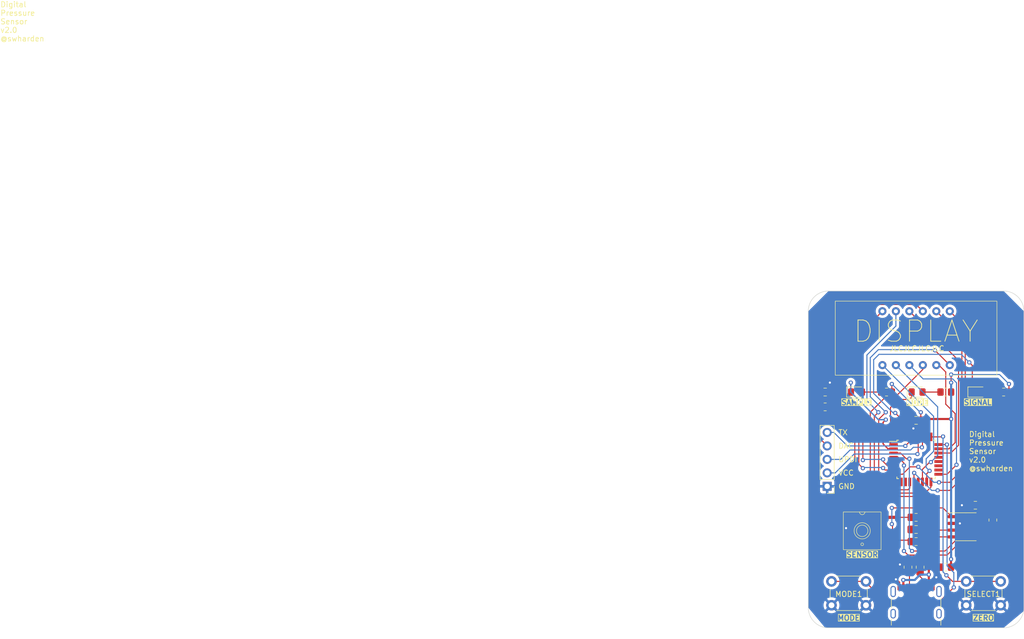
<source format=kicad_pcb>
(kicad_pcb (version 20221018) (generator pcbnew)
  (layers (0 "F.Cu" signal) (31 "B.Cu" signal) (34 "B.Paste" user) (35 "F.Paste" user) (36 "B.SilkS" user "B.Silkscreen") (37 "F.SilkS" user "F.Silkscreen") (38 "B.Mask" user) (39 "F.Mask" user) (44 "Edge.Cuts" user))
  (net 0 "")
  (net 1 "LED1")
  (net 2 "GND")
  (net 3 "Net-(U2-IN_NEG)")
  (net 4 "Net-(U2-IN_POS)")
  (net 5 "AVCC")
  (net 6 "DAC")
  (net 7 "VCC")
  (net 8 "LED2")
  (net 9 "Net-(D1-A)")
  (net 10 "UPDI")
  (net 11 "TX")
  (net 12 "Net-(D2-A)")
  (net 13 "Net-(U1-Vpos)")
  (net 15 "SPI_CLK")
  (net 16 "SPI_MISO")
  (net 17 "SEG_E")
  (net 18 "SEG_D")
  (net 19 "SEG_P")
  (net 20 "SEG_C")
  (net 21 "SEG_G")
  (net 22 "DIG_4")
  (net 23 "SEG_B")
  (net 24 "DIG_3")
  (net 25 "DIG_2")
  (net 26 "SEG_F")
  (net 27 "SEG_A")
  (net 28 "DIG_1")
  (net 29 "LED3")
  (net 30 "Net-(D3-A)")
  (net 38 "Net-(FB1-Pad1)")
  (net 39 "Net-(J1-CC1)")
  (net 40 "Net-(J1-CC2)")
  (net 41 "BTN1")
  (net 42 "Net-(R3-Pad1)")
  (net 43 "MCU_DAC")
  (net 44 "BTN2")
  (footprint "LED_SMD:LED_0805_2012Metric_Pad1.15x1.40mm_HandSolder" (layer "F.Cu") (at 184.34 69.85)
    (fp_text reference "D1" hide)
    (fp_text value "SAMPLE")
    (pad "1" smd roundrect (at -1.025 0) (size 1.15 1.4) (layers "F.Cu" "F.Paste" "F.Mask") (roundrect_rratio 0.217391) (net 1 "LED1"))
    (pad "2" smd roundrect (at 1.025 0) (size 1.15 1.4) (layers "F.Cu" "F.Paste" "F.Mask") (roundrect_rratio 0.217391) (net 9 "Net-(D1-A)"))
  )
  (footprint "Resistor_SMD:R_0805_2012Metric_Pad1.20x1.40mm_HandSolder" (layer "F.Cu") (at 178.308 102.87)
    (fp_text reference "FB1" hide)
    (fp_text value "FerriteBead_Small")
    (pad "1" smd roundrect (at -1 0) (size 1.2 1.4) (layers "F.Cu" "F.Paste" "F.Mask") (roundrect_rratio 0.208333) (net 38 "Net-(FB1-Pad1)"))
    (pad "2" smd roundrect (at 1 0) (size 1.2 1.4) (layers "F.Cu" "F.Paste" "F.Mask") (roundrect_rratio 0.208333) (net 7 "VCC"))
  )
  (footprint "Resistor_SMD:R_0805_2012Metric_Pad1.20x1.40mm_HandSolder" (layer "F.Cu") (at 187.198 93.98 -90)
    (fp_text reference "FB2" hide)
    (fp_text value "FerriteBead_Small")
    (pad "1" smd roundrect (at -1 0 270) (size 1.2 1.4) (layers "F.Cu" "F.Paste" "F.Mask") (roundrect_rratio 0.208333) (net 5 "AVCC"))
    (pad "2" smd roundrect (at 1 0 270) (size 1.2 1.4) (layers "F.Cu" "F.Paste" "F.Mask") (roundrect_rratio 0.208333) (net 7 "VCC"))
  )
  (footprint "Capacitor_SMD:C_0805_2012Metric_Pad1.18x1.45mm_HandSolder" (layer "F.Cu") (at 172.72 95.758)
    (fp_text reference "C1" hide)
    (fp_text value ".1u")
    (pad "1" smd roundrect (at -1.0375 0) (size 1.175 1.45) (layers "F.Cu" "F.Paste" "F.Mask") (roundrect_rratio 0.212766) (net 3 "Net-(U2-IN_NEG)"))
    (pad "2" smd roundrect (at 1.0375 0) (size 1.175 1.45) (layers "F.Cu" "F.Paste" "F.Mask") (roundrect_rratio 0.212766) (net 4 "Net-(U2-IN_POS)"))
  )
  (footprint "Resistor_SMD:R_0805_2012Metric_Pad1.20x1.40mm_HandSolder" (layer "F.Cu") (at 171.196 102.87 90)
    (fp_text reference "R1" hide)
    (fp_text value "5.7k")
    (pad "1" smd roundrect (at -1 0 90) (size 1.2 1.4) (layers "F.Cu" "F.Paste" "F.Mask") (roundrect_rratio 0.208333) (net 39 "Net-(J1-CC1)"))
    (pad "2" smd roundrect (at 1 0 90) (size 1.2 1.4) (layers "F.Cu" "F.Paste" "F.Mask") (roundrect_rratio 0.208333) (net 2 "GND"))
  )
  (footprint "Resistor_SMD:R_0805_2012Metric_Pad1.20x1.40mm_HandSolder" (layer "F.Cu") (at 172.72 98.044 180)
    (fp_text reference "R4" hide)
    (fp_text value "1k")
    (pad "1" smd roundrect (at -1 0 180) (size 1.2 1.4) (layers "F.Cu" "F.Paste" "F.Mask") (roundrect_rratio 0.208333) (net 4 "Net-(U2-IN_POS)"))
    (pad "2" smd roundrect (at 1 0 180) (size 1.2 1.4) (layers "F.Cu" "F.Paste" "F.Mask") (roundrect_rratio 0.208333) (net 13 "Net-(U1-Vpos)"))
  )
  (footprint "LED_SMD:LED_0805_2012Metric_Pad1.15x1.40mm_HandSolder" (layer "F.Cu") (at 172.91 69.85)
    (fp_text reference "D2" hide)
    (fp_text value "MODE")
    (pad "1" smd roundrect (at -1.025 0) (size 1.15 1.4) (layers "F.Cu" "F.Paste" "F.Mask") (roundrect_rratio 0.217391) (net 8 "LED2"))
    (pad "2" smd roundrect (at 1.025 0) (size 1.15 1.4) (layers "F.Cu" "F.Paste" "F.Mask") (roundrect_rratio 0.217391) (net 12 "Net-(D2-A)"))
  )
  (footprint "Resistor_SMD:R_0805_2012Metric_Pad1.20x1.40mm_HandSolder" (layer "F.Cu") (at 167.148 69.85)
    (fp_text reference "R7" hide)
    (fp_text value "100k")
    (pad "1" smd roundrect (at -1 0) (size 1.2 1.4) (layers "F.Cu" "F.Paste" "F.Mask") (roundrect_rratio 0.208333) (net 30 "Net-(D3-A)"))
    (pad "2" smd roundrect (at 1 0) (size 1.2 1.4) (layers "F.Cu" "F.Paste" "F.Mask") (roundrect_rratio 0.208333) (net 7 "VCC"))
  )
  (footprint "AAA_CUSTOM_LIBRARY:USB_C_Receptacle_GCT_USB4105-xx-A_16P_TopMnt_Horizontal" (layer "F.Cu") (at 172.718 110.558)
    (fp_text reference "J1" hide)
    (fp_text value "USB_C_Receptacle_PowerOnly_6P")
    (pad "" np_thru_hole circle (at -2.89 -2.605) (size 0.65 0.65) (drill 0.65) (layers "F&B.Cu" "*.Mask"))
    (pad "" np_thru_hole circle (at 2.89 -2.605) (size 0.65 0.65) (drill 0.65) (layers "F&B.Cu" "*.Mask"))
    (pad "A1" smd rect (at -3.2 -3.9116) (size 0.6 1.15) (layers "F.Cu" "F.Paste" "F.Mask") (net 2 "GND"))
    (pad "A4" smd rect (at -2.4 -3.9116) (size 0.6 1.15) (layers "F.Cu" "F.Paste" "F.Mask") (net 38 "Net-(FB1-Pad1)"))
    (pad "A5" smd rect (at -1.25 -3.9116) (size 0.3 1.15) (layers "F.Cu" "F.Paste" "F.Mask") (net 39 "Net-(J1-CC1)"))
    (pad "A6" smd rect (at -0.25 -3.9116) (size 0.3 1.15) (layers "F.Cu" "F.Paste" "F.Mask"))
    (pad "A7" smd rect (at 0.25 -3.9116) (size 0.3 1.15) (layers "F.Cu" "F.Paste" "F.Mask"))
    (pad "A8" smd rect (at 1.25 -3.9116) (size 0.3 1.15) (layers "F.Cu" "F.Paste" "F.Mask"))
    (pad "A9" smd rect (at 2.4 -3.9116) (size 0.6 1.15) (layers "F.Cu" "F.Paste" "F.Mask") (net 38 "Net-(FB1-Pad1)"))
    (pad "A12" smd rect (at 3.2 -3.9116) (size 0.6 1.15) (layers "F.Cu" "F.Paste" "F.Mask") (net 2 "GND"))
    (pad "B5" smd rect (at 1.75 -3.9116) (size 0.3 1.15) (layers "F.Cu" "F.Paste" "F.Mask") (net 40 "Net-(J1-CC2)"))
    (pad "B6" smd rect (at 0.75 -3.9116) (size 0.3 1.15) (layers "F.Cu" "F.Paste" "F.Mask"))
    (pad "B7" smd rect (at -0.75 -3.9116) (size 0.3 1.15) (layers "F.Cu" "F.Paste" "F.Mask"))
    (pad "B8" smd rect (at -1.75 -3.9116) (size 0.3 1.15) (layers "F.Cu" "F.Paste" "F.Mask"))
    (pad "S1" thru_hole oval (at -4.32 -3.105) (size 1 2.1) (drill oval 0.6 1.7) (layers "*.Cu" "*.Mask" "F.Paste"))
    (pad "S1" thru_hole oval (at -4.32 1.075) (size 1 1.8) (drill oval 0.6 1.4) (layers "*.Cu" "*.Mask" "F.Paste"))
    (pad "S1" thru_hole oval (at 4.32 -3.105) (size 1 2.1) (drill oval 0.6 1.7) (layers "*.Cu" "*.Mask" "F.Paste"))
    (pad "S1" thru_hole oval (at 4.32 1.075) (size 1 1.8) (drill oval 0.6 1.4) (layers "*.Cu" "*.Mask" "F.Paste"))
  )
  (footprint "Capacitor_SMD:C_0805_2012Metric_Pad1.18x1.45mm_HandSolder" (layer "F.Cu") (at 183.896 91.186 180)
    (fp_text reference "C2" hide)
    (fp_text value ".1u")
    (pad "1" smd roundrect (at -1.0375 0 180) (size 1.175 1.45) (layers "F.Cu" "F.Paste" "F.Mask") (roundrect_rratio 0.212766) (net 5 "AVCC"))
    (pad "2" smd roundrect (at 1.0375 0 180) (size 1.175 1.45) (layers "F.Cu" "F.Paste" "F.Mask") (roundrect_rratio 0.212766) (net 2 "GND"))
  )
  (footprint "Resistor_SMD:R_0805_2012Metric_Pad1.20x1.40mm_HandSolder" (layer "F.Cu") (at 172.72 93.472)
    (fp_text reference "R3" hide)
    (fp_text value "1k")
    (pad "1" smd roundrect (at -1 0) (size 1.2 1.4) (layers "F.Cu" "F.Paste" "F.Mask") (roundrect_rratio 0.208333) (net 42 "Net-(R3-Pad1)"))
    (pad "2" smd roundrect (at 1 0) (size 1.2 1.4) (layers "F.Cu" "F.Paste" "F.Mask") (roundrect_rratio 0.208333) (net 3 "Net-(U2-IN_NEG)"))
  )
  (footprint "Connector_PinHeader_2.54mm:PinHeader_1x05_P2.54mm_Vertical" (layer "F.Cu") (at 155.956 87.625 180)
    (fp_text reference "J2" hide)
    (fp_text value "PROG")
    (pad "1" thru_hole rect (at 0 0 180) (size 1.7 1.7) (drill 1) (layers "*.Cu" "*.Mask") (net 2 "GND"))
    (pad "2" thru_hole oval (at 0 2.54 180) (size 1.7 1.7) (drill 1) (layers "*.Cu" "*.Mask") (net 7 "VCC"))
    (pad "3" thru_hole oval (at 0 5.08 180) (size 1.7 1.7) (drill 1) (layers "*.Cu" "*.Mask") (net 10 "UPDI"))
    (pad "4" thru_hole oval (at 0 7.62 180) (size 1.7 1.7) (drill 1) (layers "*.Cu" "*.Mask") (net 6 "DAC"))
    (pad "5" thru_hole oval (at 0 10.16 180) (size 1.7 1.7) (drill 1) (layers "*.Cu" "*.Mask") (net 11 "TX"))
  )
  (footprint "Resistor_SMD:R_0805_2012Metric_Pad1.20x1.40mm_HandSolder" (layer "F.Cu") (at 189.23 69.85)
    (fp_text reference "R5" hide)
    (fp_text value "100k")
    (pad "1" smd roundrect (at -1 0) (size 1.2 1.4) (layers "F.Cu" "F.Paste" "F.Mask") (roundrect_rratio 0.208333) (net 9 "Net-(D1-A)"))
    (pad "2" smd roundrect (at 1 0) (size 1.2 1.4) (layers "F.Cu" "F.Paste" "F.Mask") (roundrect_rratio 0.208333) (net 7 "VCC"))
  )
  (footprint "AAA_CUSTOM_LIBRARY:pressure-sensor-SOIC-6" (layer "F.Cu") (at 162.56 96.012)
    (fp_text reference "U1" hide)
    (fp_text value "SENSOR" hide)
    (pad "1" smd rect (at -5.715 -2.54 270) (size 0.6 2.2) (layers "F.Cu" "F.Paste" "F.Mask") (net 42 "Net-(R3-Pad1)"))
    (pad "2" smd rect (at -5.715 0 270) (size 0.6 2.2) (layers "F.Cu" "F.Paste" "F.Mask") (net 2 "GND"))
    (pad "3" smd rect (at -5.715 2.54 270) (size 0.6 2.2) (layers "F.Cu" "F.Paste" "F.Mask"))
    (pad "4" smd rect (at 5.715 2.54 270) (size 0.6 2.2) (layers "F.Cu" "F.Paste" "F.Mask") (net 13 "Net-(U1-Vpos)"))
    (pad "5" smd rect (at 5.715 0 270) (size 0.6 2.2) (layers "F.Cu" "F.Paste" "F.Mask") (net 5 "AVCC"))
    (pad "6" smd rect (at 5.715 -2.54 270) (size 0.6 2.2) (layers "F.Cu" "F.Paste" "F.Mask") (net 42 "Net-(R3-Pad1)"))
  )
  (footprint "Package_SO:SSOP-8_3.9x5.05mm_P1.27mm" (layer "F.Cu") (at 182.11 95.25)
    (fp_text reference "U2" hide)
    (fp_text value "HX710")
    (pad "1" smd roundrect (at -2.675 -1.905) (size 1.55 0.6) (layers "F.Cu" "F.Paste" "F.Mask") (net 5 "AVCC"))
    (pad "2" smd roundrect (at -2.675 -0.635) (size 1.55 0.6) (layers "F.Cu" "F.Paste" "F.Mask") (net 2 "GND"))
    (pad "3" smd roundrect (at -2.675 0.635) (size 1.55 0.6) (layers "F.Cu" "F.Paste" "F.Mask") (net 3 "Net-(U2-IN_NEG)"))
    (pad "4" smd roundrect (at -2.675 1.905) (size 1.55 0.6) (layers "F.Cu" "F.Paste" "F.Mask") (net 4 "Net-(U2-IN_POS)"))
    (pad "5" smd roundrect (at 2.675 1.905) (size 1.55 0.6) (layers "F.Cu" "F.Paste" "F.Mask") (net 15 "SPI_CLK"))
    (pad "6" smd roundrect (at 2.675 0.635) (size 1.55 0.6) (layers "F.Cu" "F.Paste" "F.Mask") (net 16 "SPI_MISO"))
    (pad "7" smd roundrect (at 2.675 -0.635) (size 1.55 0.6) (layers "F.Cu" "F.Paste" "F.Mask") (net 7 "VCC"))
    (pad "8" smd roundrect (at 2.675 -1.905) (size 1.55 0.6) (layers "F.Cu" "F.Paste" "F.Mask") (net 5 "AVCC"))
  )
  (footprint "Capacitor_SMD:C_0805_2012Metric_Pad1.18x1.45mm_HandSolder" (layer "F.Cu") (at 155.575 69.85)
    (fp_text reference "C4" hide)
    (fp_text value ".1u")
    (pad "1" smd roundrect (at -1.0375 0) (size 1.175 1.45) (layers "F.Cu" "F.Paste" "F.Mask") (roundrect_rratio 0.212766) (net 6 "DAC"))
    (pad "2" smd roundrect (at 1.0375 0) (size 1.175 1.45) (layers "F.Cu" "F.Paste" "F.Mask") (roundrect_rratio 0.212766) (net 2 "GND"))
  )
  (footprint "LED_SMD:LED_0805_2012Metric_Pad1.15x1.40mm_HandSolder" (layer "F.Cu") (at 161.48 69.85)
    (fp_text reference "D3" hide)
    (fp_text value "STATUS")
    (pad "1" smd roundrect (at -1.025 0) (size 1.15 1.4) (layers "F.Cu" "F.Paste" "F.Mask") (roundrect_rratio 0.217391) (net 29 "LED3"))
    (pad "2" smd roundrect (at 1.025 0) (size 1.15 1.4) (layers "F.Cu" "F.Paste" "F.Mask") (roundrect_rratio 0.217391) (net 30 "Net-(D3-A)"))
  )
  (footprint "Resistor_SMD:R_0805_2012Metric_Pad1.20x1.40mm_HandSolder" (layer "F.Cu") (at 155.575 72.644)
    (fp_text reference "R8" hide)
    (fp_text value "1k")
    (pad "1" smd roundrect (at -1 0) (size 1.2 1.4) (layers "F.Cu" "F.Paste" "F.Mask") (roundrect_rratio 0.208333) (net 6 "DAC"))
    (pad "2" smd roundrect (at 1 0) (size 1.2 1.4) (layers "F.Cu" "F.Paste" "F.Mask") (roundrect_rratio 0.208333) (net 43 "MCU_DAC"))
  )
  (footprint "AAA_CUSTOM_LIBRARY:7_seg_display_DIP12" (layer "F.Cu") (at 172.72 59.69 90)
    (fp_text reference "U3" hide)
    (fp_text value "DISPLAY" (at 1.27 0 unlocked) (layer "F.SilkS") (effects (font (size 4 4))))
    (pad "1" thru_hole circle (at -5.08 -6.35 90) (size 1.524 1.524) (drill 0.762) (layers "*.Cu" "*.Mask") (net 17 "SEG_E"))
    (pad "2" thru_hole circle (at -5.08 -3.81 90) (size 1.524 1.524) (drill 0.762) (layers "*.Cu" "*.Mask") (net 18 "SEG_D"))
    (pad "3" thru_hole circle (at -5.08 -1.27 90) (size 1.524 1.524) (drill 0.762) (layers "*.Cu" "*.Mask") (net 19 "SEG_P"))
    (pad "4" thru_hole circle (at -5.08 1.27 90) (size 1.524 1.524) (drill 0.762) (layers "*.Cu" "*.Mask") (net 20 "SEG_C"))
    (pad "5" thru_hole circle (at -5.08 3.81 90) (size 1.524 1.524) (drill 0.762) (layers "*.Cu" "*.Mask") (net 21 "SEG_G"))
    (pad "6" thru_hole circle (at -5.08 6.35 90) (size 1.524 1.524) (drill 0.762) (layers "*.Cu" "*.Mask") (net 22 "DIG_4"))
    (pad "7" thru_hole circle (at 5.08 6.35 90) (size 1.524 1.524) (drill 0.762) (layers "*.Cu" "*.Mask") (net 23 "SEG_B"))
    (pad "8" thru_hole circle (at 5.08 3.81 90) (size 1.524 1.524) (drill 0.762) (layers "*.Cu" "*.Mask") (net 24 "DIG_3"))
    (pad "9" thru_hole circle (at 5.08 1.27 90) (size 1.524 1.524) (drill 0.762) (layers "*.Cu" "*.Mask") (net 25 "DIG_2"))
    (pad "10" thru_hole circle (at 5.08 -1.27 90) (size 1.524 1.524) (drill 0.762) (layers "*.Cu" "*.Mask") (net 26 "SEG_F"))
    (pad "11" thru_hole circle (at 5.08 -3.81 90) (size 1.524 1.524) (drill 0.762) (layers "*.Cu" "*.Mask") (net 27 "SEG_A"))
    (pad "12" thru_hole circle (at 5.08 -6.35 90) (size 1.524 1.524) (drill 0.762) (layers "*.Cu" "*.Mask") (net 28 "DIG_1"))
  )
  (footprint "Resistor_SMD:R_0805_2012Metric_Pad1.20x1.40mm_HandSolder" (layer "F.Cu") (at 178.324 69.85)
    (fp_text reference "R6" hide)
    (fp_text value "100k")
    (pad "1" smd roundrect (at -1 0) (size 1.2 1.4) (layers "F.Cu" "F.Paste" "F.Mask") (roundrect_rratio 0.208333) (net 12 "Net-(D2-A)"))
    (pad "2" smd roundrect (at 1 0) (size 1.2 1.4) (layers "F.Cu" "F.Paste" "F.Mask") (roundrect_rratio 0.208333) (net 7 "VCC"))
  )
  (footprint "Resistor_SMD:R_0805_2012Metric_Pad1.20x1.40mm_HandSolder" (layer "F.Cu") (at 173.482 102.87 -90)
    (fp_text reference "R2" hide)
    (fp_text value "5.7k")
    (pad "1" smd roundrect (at -1 0 270) (size 1.2 1.4) (layers "F.Cu" "F.Paste" "F.Mask") (roundrect_rratio 0.208333) (net 2 "GND"))
    (pad "2" smd roundrect (at 1 0 270) (size 1.2 1.4) (layers "F.Cu" "F.Paste" "F.Mask") (roundrect_rratio 0.208333) (net 40 "Net-(J1-CC2)"))
  )
  (footprint "Package_QFP:TQFP-32_7x7mm_P0.8mm" (layer "F.Cu") (at 172.72 82.55)
    (fp_text reference "U4" hide)
    (fp_text value "AVR64DD32")
    (pad "1" smd rect (at -4.25 -2.8) (size 1.6 0.55) (layers "F.Cu" "F.Paste" "F.Mask") (net 8 "LED2"))
    (pad "2" smd rect (at -4.25 -2) (size 1.6 0.55) (layers "F.Cu" "F.Paste" "F.Mask") (net 29 "LED3"))
    (pad "3" smd rect (at -4.25 -1.2) (size 1.6 0.55) (layers "F.Cu" "F.Paste" "F.Mask") (net 16 "SPI_MISO"))
    (pad "4" smd rect (at -4.25 -0.4) (size 1.6 0.55) (layers "F.Cu" "F.Paste" "F.Mask") (net 15 "SPI_CLK"))
    (pad "5" smd rect (at -4.25 0.4) (size 1.6 0.55) (layers "F.Cu" "F.Paste" "F.Mask"))
    (pad "6" smd rect (at -4.25 1.2) (size 1.6 0.55) (layers "F.Cu" "F.Paste" "F.Mask") (net 28 "DIG_1"))
    (pad "7" smd rect (at -4.25 2) (size 1.6 0.55) (layers "F.Cu" "F.Paste" "F.Mask") (net 25 "DIG_2"))
    (pad "8" smd rect (at -4.25 2.8) (size 1.6 0.55) (layers "F.Cu" "F.Paste" "F.Mask") (net 24 "DIG_3"))
    (pad "9" smd rect (at -2.8 4.25 90) (size 1.6 0.55) (layers "F.Cu" "F.Paste" "F.Mask") (net 22 "DIG_4"))
    (pad "10" smd rect (at -2 4.25 90) (size 1.6 0.55) (layers "F.Cu" "F.Paste" "F.Mask"))
    (pad "11" smd rect (at -1.2 4.25 90) (size 1.6 0.55) (layers "F.Cu" "F.Paste" "F.Mask") (net 27 "SEG_A"))
    (pad "12" smd rect (at -0.4 4.25 90) (size 1.6 0.55) (layers "F.Cu" "F.Paste" "F.Mask") (net 23 "SEG_B"))
    (pad "13" smd rect (at 0.4 4.25 90) (size 1.6 0.55) (layers "F.Cu" "F.Paste" "F.Mask") (net 20 "SEG_C"))
    (pad "14" smd rect (at 1.2 4.25 90) (size 1.6 0.55) (layers "F.Cu" "F.Paste" "F.Mask") (net 18 "SEG_D"))
    (pad "15" smd rect (at 2 4.25 90) (size 1.6 0.55) (layers "F.Cu" "F.Paste" "F.Mask") (net 17 "SEG_E"))
    (pad "16" smd rect (at 2.8 4.25 90) (size 1.6 0.55) (layers "F.Cu" "F.Paste" "F.Mask") (net 43 "MCU_DAC"))
    (pad "17" smd rect (at 4.25 2.8) (size 1.6 0.55) (layers "F.Cu" "F.Paste" "F.Mask") (net 19 "SEG_P"))
    (pad "18" smd rect (at 4.25 2) (size 1.6 0.55) (layers "F.Cu" "F.Paste" "F.Mask"))
    (pad "19" smd rect (at 4.25 1.2) (size 1.6 0.55) (layers "F.Cu" "F.Paste" "F.Mask"))
    (pad "20" smd rect (at 4.25 0.4) (size 1.6 0.55) (layers "F.Cu" "F.Paste" "F.Mask"))
    (pad "21" smd rect (at 4.25 -0.4) (size 1.6 0.55) (layers "F.Cu" "F.Paste" "F.Mask"))
    (pad "22" smd rect (at 4.25 -1.2) (size 1.6 0.55) (layers "F.Cu" "F.Paste" "F.Mask") (net 26 "SEG_F"))
    (pad "23" smd rect (at 4.25 -2) (size 1.6 0.55) (layers "F.Cu" "F.Paste" "F.Mask") (net 21 "SEG_G"))
    (pad "24" smd rect (at 4.25 -2.8) (size 1.6 0.55) (layers "F.Cu" "F.Paste" "F.Mask") (net 41 "BTN1"))
    (pad "25" smd rect (at 2.8 -4.25 90) (size 1.6 0.55) (layers "F.Cu" "F.Paste" "F.Mask") (net 44 "BTN2"))
    (pad "26" smd rect (at 2 -4.25 90) (size 1.6 0.55) (layers "F.Cu" "F.Paste" "F.Mask"))
    (pad "27" smd rect (at 1.2 -4.25 90) (size 1.6 0.55) (layers "F.Cu" "F.Paste" "F.Mask") (net 10 "UPDI"))
    (pad "28" smd rect (at 0.4 -4.25 90) (size 1.6 0.55) (layers "F.Cu" "F.Paste" "F.Mask") (net 7 "VCC"))
    (pad "29" smd rect (at -0.4 -4.25 90) (size 1.6 0.55) (layers "F.Cu" "F.Paste" "F.Mask") (net 2 "GND"))
    (pad "30" smd rect (at -1.2 -4.25 90) (size 1.6 0.55) (layers "F.Cu" "F.Paste" "F.Mask") (net 11 "TX"))
    (pad "31" smd rect (at -2 -4.25 90) (size 1.6 0.55) (layers "F.Cu" "F.Paste" "F.Mask"))
    (pad "32" smd rect (at -2.8 -4.25 90) (size 1.6 0.55) (layers "F.Cu" "F.Paste" "F.Mask") (net 1 "LED1"))
  )
  (footprint "Button_Switch_THT:SW_PUSH_6mm_H5mm" (layer "F.Cu") (at 156.77 105.545923)
    (fp_text reference "MODE1" (at 3.25 2.404077) (layer "F.SilkS"))
    (fp_text value "SW_Push")
    (pad "1" thru_hole circle (at 0 0 90) (size 2 2) (drill 1.1) (layers "*.Cu" "*.Mask") (net 41 "BTN1"))
    (pad "1" thru_hole circle (at 6.5 0 90) (size 2 2) (drill 1.1) (layers "*.Cu" "*.Mask") (net 41 "BTN1"))
    (pad "2" thru_hole circle (at 0 4.5 90) (size 2 2) (drill 1.1) (layers "*.Cu" "*.Mask") (net 2 "GND"))
    (pad "2" thru_hole circle (at 6.5 4.5 90) (size 2 2) (drill 1.1) (layers "*.Cu" "*.Mask") (net 2 "GND"))
  )
  (footprint "Button_Switch_THT:SW_PUSH_6mm_H5mm" (layer "F.Cu") (at 182.17 105.545923)
    (fp_text reference "SELECT1" (at 3.25 2.404077) (layer "F.SilkS"))
    (fp_text value "SW_Push")
    (pad "1" thru_hole circle (at 0 0 90) (size 2 2) (drill 1.1) (layers "*.Cu" "*.Mask") (net 44 "BTN2"))
    (pad "1" thru_hole circle (at 6.5 0 90) (size 2 2) (drill 1.1) (layers "*.Cu" "*.Mask") (net 44 "BTN2"))
    (pad "2" thru_hole circle (at 0 4.5 90) (size 2 2) (drill 1.1) (layers "*.Cu" "*.Mask") (net 2 "GND"))
    (pad "2" thru_hole circle (at 6.5 4.5 90) (size 2 2) (drill 1.1) (layers "*.Cu" "*.Mask") (net 2 "GND"))
  )
  (footprint "Capacitor_SMD:C_0805_2012Metric_Pad1.18x1.45mm_HandSolder" (layer "F.Cu") (at 172.72 75.184 180)
    (fp_text reference "C3" hide)
    (fp_text value ".1u")
    (pad "1" smd roundrect (at -1.0375 0 180) (size 1.175 1.45) (layers "F.Cu" "F.Paste" "F.Mask") (roundrect_rratio 0.212766) (net 7 "VCC"))
    (pad "2" smd roundrect (at 1.0375 0 180) (size 1.175 1.45) (layers "F.Cu" "F.Paste" "F.Mask") (roundrect_rratio 0.212766) (net 2 "GND"))
  )
  (gr_line (start 193.04 110.49) (end 193.04 54.61) (stroke (width 0.1)) (layer "Edge.Cuts"))
  (gr_arc (start 152.4 54.61) (mid 153.515923 51.915923) (end 156.21 50.8) (stroke (width 0.1)) (layer "Edge.Cuts"))
  (gr_arc (start 189.23 50.8) (mid 191.924077 51.915923) (end 193.04 54.61) (stroke (width 0.1)) (layer "Edge.Cuts"))
  (gr_line (start 156.21 114.3) (end 189.23 114.3) (stroke (width 0.1)) (layer "Edge.Cuts"))
  (gr_arc (start 156.21 114.3) (mid 153.515923 113.184077) (end 152.4 110.49) (stroke (width 0.1)) (layer "Edge.Cuts"))
  (gr_arc (start 193.04 110.49) (mid 191.924077 113.184077) (end 189.23 114.3) (stroke (width 0.1)) (layer "Edge.Cuts"))
  (gr_line (start 152.4 54.61) (end 152.4 110.49) (stroke (width 0.1)) (layer "Edge.Cuts"))
  (gr_line (start 189.23 50.8) (end 156.21 50.8) (stroke (width 0.1)) (layer "Edge.Cuts"))
  (gr_text "MODE" (at 172.91 72.39) (layer "F.SilkS" knockout) (effects (font (size 1 1) (thickness 0.2) bold) (justify bottom)))
  (gr_text "ZERO" (at 185.42 113.03) (layer "F.SilkS" knockout) (effects (font (size 1 1) (thickness 0.2) bold) (justify bottom)))
  (gr_text "VCC" (at 157.988 85.09) (layer "F.SilkS") (effects (font (size 1 1)) (justify left)))
  (gr_text "Digital\nPressure\nSensor\nv2.0\n@swharden" (at 182.626 81.026) (layer "F.SilkS") (effects (font (size 1 1)) (justify left)))
  (gr_text "SIGNAL" (at 184.34 72.39) (layer "F.SilkS" knockout) (effects (font (size 1 1) (thickness 0.2) bold) (justify bottom)))
  (gr_text "JLCJLCJLCJLC" (at 167.64 62.23) (layer "F.SilkS") (effects (font (size 1 1)) (justify left bottom)))
  (gr_text "SAMPLE" (at 161.48 72.39) (layer "F.SilkS" knockout) (effects (font (size 1 1) (thickness 0.2) bold) (justify bottom)))
  (gr_text "DAC" (at 157.988 80.01) (layer "F.SilkS") (effects (font (size 1 1)) (justify left)))
  (gr_text "MODE" (at 160.02 113.03) (layer "F.SilkS" knockout) (effects (font (size 1 1) (thickness 0.2) bold) (justify bottom)))
  (gr_text "TX" (at 157.988 77.47) (layer "F.SilkS") (effects (font (size 1 1)) (justify left)))
  (gr_text "UPDI" (at 157.988 82.55) (layer "F.SilkS") (effects (font (size 1 1)) (justify left)))
  (gr_text "Digital\nPressure\nSensor\nv2.0\n@swharden" (at 0 0) (layer "F.SilkS") (effects (font (size 1 1)) (justify left)))
  (gr_text "GND" (at 157.988 87.63) (layer "F.SilkS") (effects (font (size 1 1)) (justify left)))
  (gr_text "SENSOR" (at 162.56 101.092) (layer "F.SilkS" knockout) (effects (font (size 1 1) (thickness 0.2) bold) (justify bottom)))
  (segment (start 183.315 64.824) (end 183.315 69.85) (width 0.2) (layer "F.Cu") (net 1))
  (segment (start 168.783 73.787) (end 169.92 74.924) (width 0.2) (layer "F.Cu") (net 1))
  (segment (start 169.92 74.924) (end 169.92 78.3) (width 0.2) (layer "F.Cu") (net 1))
  (segment (start 182.753 64.262) (end 183.315 64.824) (width 0.2) (layer "F.Cu") (net 1))
  (via (at 168.783 73.787) (size 0.8) (drill 0.4) (layers "F.Cu" "B.Cu") (net 1))
  (via (at 182.753 64.262) (size 0.8) (drill 0.4) (layers "F.Cu" "B.Cu") (net 1))
  (segment (start 168.402 73.787) (end 164.719 70.104) (width 0.2) (layer "B.Cu") (net 1))
  (segment (start 165.735 62.738) (end 181.229 62.738) (width 0.2) (layer "B.Cu") (net 1))
  (segment (start 164.719 63.754) (end 165.735 62.738) (width 0.2) (layer "B.Cu") (net 1))
  (segment (start 168.783 73.787) (end 168.402 73.787) (width 0.2) (layer "B.Cu") (net 1))
  (segment (start 181.229 62.738) (end 182.753 64.262) (width 0.2) (layer "B.Cu") (net 1))
  (segment (start 164.719 70.104) (end 164.719 63.754) (width 0.2) (layer "B.Cu") (net 1))
  (segment (start 172.212 76.708) (end 172.32 76.816) (width 0.4) (layer "F.Cu") (net 2))
  (segment (start 172.212 76.708) (end 171.6825 76.1785) (width 0.4) (layer "F.Cu") (net 2))
  (segment (start 171.6825 76.1785) (end 171.6825 75.184) (width 0.4) (layer "F.Cu") (net 2))
  (segment (start 175.92 105.385) (end 176.53 104.775) (width 0.4) (layer "F.Cu") (net 2))
  (segment (start 156.845 96.012) (end 157.353 95.504) (width 0.2) (layer "F.Cu") (net 2))
  (segment (start 169.672 102.362) (end 170.704 102.362) (width 0.2) (layer "F.Cu") (net 2))
  (segment (start 156.464 68.072) (end 156.6125 68.2205) (width 0.2) (layer "F.Cu") (net 2))
  (segment (start 156.6125 68.2205) (end 156.6125 69.85) (width 0.2) (layer "F.Cu") (net 2))
  (segment (start 173.482 101.87) (end 171.196 101.87) (width 0.2) (layer "F.Cu") (net 2))
  (segment (start 182.8585 91.186) (end 181.356 91.186) (width 0.2) (layer "F.Cu") (net 2))
  (segment (start 157.353 95.504) (end 159.512 95.504) (width 0.2) (layer "F.Cu") (net 2))
  (segment (start 175.92 106.655923) (end 175.92 105.385) (width 0.4) (layer "F.Cu") (net 2))
  (segment (start 170.704 102.362) (end 171.196 101.87) (width 0.2) (layer "F.Cu") (net 2))
  (segment (start 172.32 76.816) (end 172.32 78.3) (width 0.4) (layer "F.Cu") (net 2))
  (segment (start 168.91 105.156) (end 169.52 105.766) (width 0.4) (layer "F.Cu") (net 2))
  (segment (start 169.52 105.766) (end 169.52 106.655923) (width 0.4) (layer "F.Cu") (net 2))
  (segment (start 179.435 94.615) (end 180.975 94.615) (width 0.2) (layer "F.Cu") (net 2))
  (via (at 159.512 95.504) (size 0.8) (drill 0.4) (layers "F.Cu" "B.Cu") (net 2))
  (via (at 181.356 91.186) (size 0.8) (drill 0.4) (layers "F.Cu" "B.Cu") (net 2))
  (via (at 168.91 105.156) (size 0.8) (drill 0.4) (layers "F.Cu" "B.Cu") (net 2))
  (via (at 180.975 94.615) (size 0.8) (drill 0.4) (layers "F.Cu" "B.Cu") (net 2))
  (via (at 172.212 76.708) (size 0.8) (drill 0.4) (layers "F.Cu" "B.Cu") (net 2))
  (via (at 156.464 68.072) (size 0.8) (drill 0.4) (layers "F.Cu" "B.Cu") (net 2))
  (via (at 169.672 102.362) (size 0.8) (drill 0.4) (layers "F.Cu" "B.Cu") (net 2))
  (via (at 176.53 104.775) (size 0.8) (drill 0.4) (layers "F.Cu" "B.Cu") (net 2))
  (segment (start 171.6825 95.758) (end 171.6825 95.5095) (width 0.2) (layer "F.Cu") (net 3))
  (segment (start 171.6825 95.5095) (end 173.72 93.472) (width 0.2) (layer "F.Cu") (net 3))
  (segment (start 173.72 93.472) (end 174.752 93.472) (width 0.2) (layer "F.Cu") (net 3))
  (segment (start 177.165 95.885) (end 179.435 95.885) (width 0.2) (layer "F.Cu") (net 3))
  (segment (start 174.752 93.472) (end 177.165 95.885) (width 0.2) (layer "F.Cu") (net 3))
  (segment (start 176.276 98.044) (end 177.165 97.155) (width 0.2) (layer "F.Cu") (net 4))
  (segment (start 173.72 98.044) (end 176.276 98.044) (width 0.2) (layer "F.Cu") (net 4))
  (segment (start 173.7575 98.0065) (end 173.72 98.044) (width 0.2) (layer "F.Cu") (net 4))
  (segment (start 173.7575 95.758) (end 173.7575 98.0065) (width 0.2) (layer "F.Cu") (net 4))
  (segment (start 177.165 97.155) (end 179.435 97.155) (width 0.2) (layer "F.Cu") (net 4))
  (segment (start 187.198 91.948) (end 186.436 91.186) (width 0.2) (layer "F.Cu") (net 5))
  (segment (start 168.148 94.742) (end 168.275 94.869) (width 0.2) (layer "F.Cu") (net 5))
  (segment (start 168.275 94.869) (end 168.275 96.012) (width 0.2) (layer "F.Cu") (net 5))
  (segment (start 186.436 91.186) (end 184.9335 91.186) (width 0.2) (layer "F.Cu") (net 5))
  (segment (start 168.148 91.694) (end 177.784 91.694) (width 0.2) (layer "F.Cu") (net 5))
  (segment (start 184.785 93.345) (end 179.435 93.345) (width 0.2) (layer "F.Cu") (net 5))
  (segment (start 177.784 91.694) (end 179.435 93.345) (width 0.2) (layer "F.Cu") (net 5))
  (segment (start 184.9335 91.186) (end 184.9335 93.1965) (width 0.2) (layer "F.Cu") (net 5))
  (segment (start 184.9335 93.1965) (end 184.785 93.345) (width 0.2) (layer "F.Cu") (net 5))
  (segment (start 187.198 92.98) (end 187.198 91.948) (width 0.2) (layer "F.Cu") (net 5))
  (via (at 168.148 94.742) (size 0.8) (drill 0.4) (layers "F.Cu" "B.Cu") (net 5))
  (via (at 168.148 91.694) (size 0.8) (drill 0.4) (layers "F.Cu" "B.Cu") (net 5))
  (segment (start 168.148 91.694) (end 168.148 94.742) (width 0.2) (layer "B.Cu") (net 5))
  (segment (start 154.5375 69.85) (end 154.5375 72.6065) (width 0.2) (layer "F.Cu") (net 6))
  (segment (start 154.5375 72.6065) (end 154.575 72.644) (width 0.2) (layer "F.Cu") (net 6))
  (segment (start 154.575 78.624) (end 155.956 80.005) (width 0.2) (layer "F.Cu") (net 6))
  (segment (start 154.575 72.644) (end 154.575 78.624) (width 0.2) (layer "F.Cu") (net 6))
  (segment (start 173.609 75.0355) (end 173.7575 75.184) (width 0.2) (layer "F.Cu") (net 7))
  (segment (start 172.974 81.534) (end 173.12 81.388) (width 0.2) (layer "F.Cu") (net 7))
  (segment (start 179.308 101.346) (end 179.308 102.87) (width 0.4) (layer "F.Cu") (net 7))
  (segment (start 179.308 102.87) (end 185.674 102.87) (width 0.4) (layer "F.Cu") (net 7))
  (segment (start 174.0115 74.93) (end 173.7575 75.184) (width 0.4) (layer "F.Cu") (net 7))
  (segment (start 179.324 74.93) (end 174.0115 74.93) (width 0.4) (layer "F.Cu") (net 7))
  (segment (start 185.674 102.87) (end 187.198 101.346) (width 0.4) (layer "F.Cu") (net 7))
  (segment (start 190.23 68.326) (end 190.23 69.85) (width 0.2) (layer "F.Cu") (net 7))
  (segment (start 179.324 68.072) (end 179.324 69.85) (width 0.2) (layer "F.Cu") (net 7))
  (segment (start 168.148 68.326) (end 168.148 69.85) (width 0.2) (layer "F.Cu") (net 7))
  (segment (start 173.12 81.388) (end 173.12 78.3) (width 0.2) (layer "F.Cu") (net 7))
  (segment (start 186.833 94.615) (end 184.785 94.615) (width 0.4) (layer "F.Cu") (net 7))
  (segment (start 173.7575 76.4325) (end 173.7575 75.184) (width 0.4) (layer "F.Cu") (net 7))
  (segment (start 173.12 77.07) (end 173.7575 76.4325) (width 0.4) (layer "F.Cu") (net 7))
  (segment (start 187.198 94.98) (end 186.833 94.615) (width 0.4) (layer "F.Cu") (net 7))
  (segment (start 187.198 101.346) (end 187.198 94.98) (width 0.4) (layer "F.Cu") (net 7))
  (segment (start 173.609 73.66) (end 173.609 75.0355) (width 0.2) (layer "F.Cu") (net 7))
  (segment (start 179.324 66.548) (end 179.324 68.072) (width 0.2) (layer "F.Cu") (net 7))
  (segment (start 173.12 78.3) (end 173.12 77.07) (width 0.4) (layer "F.Cu") (net 7))
  (via (at 179.324 68.072) (size 0.8) (drill 0.4) (layers "F.Cu" "B.Cu") (net 7))
  (via (at 179.308 101.346) (size 0.8) (drill 0.4) (layers "F.Cu" "B.Cu") (net 7))
  (via (at 168.148 68.326) (size 0.8) (drill 0.4) (layers "F.Cu" "B.Cu") (net 7))
  (via (at 179.324 74.93) (size 0.8) (drill 0.4) (layers "F.Cu" "B.Cu") (net 7))
  (via (at 190.23 68.326) (size 0.8) (drill 0.4) (layers "F.Cu" "B.Cu") (net 7))
  (via (at 172.974 81.534) (size 0.8) (drill 0.4) (layers "F.Cu" "B.Cu") (net 7))
  (via (at 173.609 73.66) (size 0.8) (drill 0.4) (layers "F.Cu" "B.Cu") (net 7))
  (via (at 179.324 66.548) (size 0.8) (drill 0.4) (layers "F.Cu" "B.Cu") (net 7))
  (segment (start 168.148 68.326) (end 173.482 73.66) (width 0.2) (layer "B.Cu") (net 7))
  (segment (start 190.23 68.326) (end 188.452 66.548) (width 0.2) (layer "B.Cu") (net 7))
  (segment (start 179.308 101.346) (end 179.324 101.33) (width 0.4) (layer "B.Cu") (net 7))
  (segment (start 179.324 74.93) (end 179.324 68.072) (width 0.4) (layer "B.Cu") (net 7))
  (segment (start 157.485 85.085) (end 155.956 85.085) (width 0.2) (layer "B.Cu") (net 7))
  (segment (start 173.482 73.66) (end 173.609 73.66) (width 0.2) (layer "B.Cu") (net 7))
  (segment (start 179.324 101.33) (end 179.324 74.93) (width 0.4) (layer "B.Cu") (net 7))
  (segment (start 161.036 81.534) (end 157.485 85.085) (width 0.2) (layer "B.Cu") (net 7))
  (segment (start 188.452 66.548) (end 179.324 66.548) (width 0.2) (layer "B.Cu") (net 7))
  (segment (start 172.974 81.534) (end 161.036 81.534) (width 0.2) (layer "B.Cu") (net 7))
  (segment (start 167.894 79.75) (end 168.47 79.75) (width 0.2) (layer "F.Cu") (net 8))
  (segment (start 171.885 70.812) (end 171.447 71.25) (width 0.2) (layer "F.Cu") (net 8))
  (segment (start 171.885 69.85) (end 171.885 70.812) (width 0.2) (layer "F.Cu") (net 8))
  (segment (start 167.894 72.771) (end 167.894 79.75) (width 0.2) (layer "F.Cu") (net 8))
  (segment (start 171.447 71.25) (end 169.415 71.25) (width 0.2) (layer "F.Cu") (net 8))
  (segment (start 169.415 71.25) (end 167.894 72.771) (width 0.2) (layer "F.Cu") (net 8))
  (segment (start 185.674 70.159) (end 185.365 69.85) (width 0.2) (layer "F.Cu") (net 9))
  (segment (start 188.23 69.85) (end 185.365 69.85) (width 0.2) (layer "F.Cu") (net 9))
  (segment (start 173.8195 80.264) (end 173.92 80.1635) (width 0.2) (layer "F.Cu") (net 10))
  (segment (start 173.92 80.1635) (end 173.92 78.3) (width 0.2) (layer "F.Cu") (net 10))
  (via (at 173.8195 80.264) (size 0.8) (drill 0.4) (layers "F.Cu" "B.Cu") (net 10))
  (segment (start 158.501 82.545) (end 155.956 82.545) (width 0.2) (layer "B.Cu") (net 10))
  (segment (start 173.8195 80.264) (end 172.198975 80.264) (width 0.2) (layer "B.Cu") (net 10))
  (segment (start 172.198975 80.264) (end 171.690975 80.772) (width 0.2) (layer "B.Cu") (net 10))
  (segment (start 171.690975 80.772) (end 160.274 80.772) (width 0.2) (layer "B.Cu") (net 10))
  (segment (start 160.274 80.772) (end 158.501 82.545) (width 0.2) (layer "B.Cu") (net 10))
  (segment (start 171.52 79.178) (end 171.52 78.3) (width 0.2) (layer "F.Cu") (net 11))
  (segment (start 170.688 80.01) (end 171.52 79.178) (width 0.2) (layer "F.Cu") (net 11))
  (via (at 170.688 80.01) (size 0.8) (drill 0.4) (layers "F.Cu" "B.Cu") (net 11))
  (segment (start 157.221 77.465) (end 155.956 77.465) (width 0.2) (layer "B.Cu") (net 11))
  (segment (start 159.766 80.01) (end 157.221 77.465) (width 0.2) (layer "B.Cu") (net 11))
  (segment (start 170.688 80.01) (end 159.766 80.01) (width 0.2) (layer "B.Cu") (net 11))
  (segment (start 177.324 69.85) (end 173.935 69.85) (width 0.2) (layer "F.Cu") (net 12))
  (segment (start 171.466 97.79) (end 169.037 97.79) (width 0.2) (layer "F.Cu") (net 13))
  (segment (start 171.72 98.044) (end 171.466 97.79) (width 0.2) (layer "F.Cu") (net 13))
  (segment (start 169.037 97.79) (end 168.275 98.552) (width 0.2) (layer "F.Cu") (net 13))
  (segment (start 170.434 99.822) (end 171.196 100.584) (width 0.2) (layer "F.Cu") (net 15))
  (segment (start 170.434 83.693) (end 170.434 83.239) (width 0.2) (layer "F.Cu") (net 15))
  (segment (start 178.562 100.584) (end 181.991 97.155) (width 0.2) (layer "F.Cu") (net 15))
  (segment (start 169.345 82.15) (end 168.47 82.15) (width 0.2) (layer "F.Cu") (net 15))
  (segment (start 170.434 83.239) (end 169.345 82.15) (width 0.2) (layer "F.Cu") (net 15))
  (segment (start 171.196 100.584) (end 178.562 100.584) (width 0.2) (layer "F.Cu") (net 15))
  (segment (start 181.991 97.155) (end 184.785 97.155) (width 0.2) (layer "F.Cu") (net 15))
  (via (at 170.434 99.822) (size 0.8) (drill 0.4) (layers "F.Cu" "B.Cu") (net 15))
  (via (at 170.434 83.693) (size 0.8) (drill 0.4) (layers "F.Cu" "B.Cu") (net 15))
  (segment (start 170.434 83.693) (end 170.434 99.822) (width 0.2) (layer "B.Cu") (net 15))
  (segment (start 171.958 99.822) (end 178.179396 99.822) (width 0.2) (layer "F.Cu") (net 16))
  (segment (start 171.45 82.423) (end 170.861348 82.423) (width 0.2) (layer "F.Cu") (net 16))
  (segment (start 182.116396 95.885) (end 184.785 95.885) (width 0.2) (layer "F.Cu") (net 16))
  (segment (start 169.788348 81.35) (end 168.47 81.35) (width 0.2) (layer "F.Cu") (net 16))
  (segment (start 178.179396 99.822) (end 182.116396 95.885) (width 0.2) (layer "F.Cu") (net 16))
  (segment (start 170.861348 82.423) (end 169.788348 81.35) (width 0.2) (layer "F.Cu") (net 16))
  (via (at 171.958 99.822) (size 0.8) (drill 0.4) (layers "F.Cu" "B.Cu") (net 16))
  (via (at 171.45 82.423) (size 0.8) (drill 0.4) (layers "F.Cu" "B.Cu") (net 16))
  (segment (start 171.45 82.423) (end 171.45 99.314) (width 0.2) (layer "B.Cu") (net 16))
  (segment (start 171.45 99.314) (end 171.958 99.822) (width 0.2) (layer "B.Cu") (net 16))
  (segment (start 174.72 85.249) (end 174.72 86.8) (width 0.2) (layer "F.Cu") (net 17))
  (segment (start 175.26 84.709) (end 174.72 85.249) (width 0.2) (layer "F.Cu") (net 17))
  (via (at 175.26 84.709) (size 0.8) (drill 0.4) (layers "F.Cu" "B.Cu") (net 17))
  (segment (start 176.022 74.422) (end 166.37 64.77) (width 0.2) (layer "B.Cu") (net 17))
  (segment (start 174.625 82.423) (end 176.022 81.026) (width 0.2) (layer "B.Cu") (net 17))
  (segment (start 176.022 81.026) (end 176.022 74.422) (width 0.2) (layer "B.Cu") (net 17))
  (segment (start 175.26 84.709) (end 174.625 84.074) (width 0.2) (layer "B.Cu") (net 17))
  (segment (start 174.625 84.074) (end 174.625 82.423) (width 0.2) (layer "B.Cu") (net 17))
  (segment (start 175.28605 83.058) (end 173.92 84.42405) (width 0.2) (layer "F.Cu") (net 18))
  (segment (start 173.92 84.42405) (end 173.92 86.8) (width 0.2) (layer "F.Cu") (net 18))
  (segment (start 175.514 83.058) (end 175.28605 83.058) (width 0.2) (layer "F.Cu") (net 18))
  (via (at 175.514 83.058) (size 0.8) (drill 0.4) (layers "F.Cu" "B.Cu") (net 18))
  (segment (start 168.91 64.77) (end 176.784 72.644) (width 0.2) (layer "B.Cu") (net 18))
  (segment (start 176.784 81.788) (end 175.514 83.058) (width 0.2) (layer "B.Cu") (net 18))
  (segment (start 176.784 72.644) (end 176.784 81.788) (width 0.2) (layer "B.Cu") (net 18))
  (segment (start 178.556 85.35) (end 176.97 85.35) (width 0.2) (layer "F.Cu") (net 19))
  (segment (start 180.34 83.566) (end 178.556 85.35) (width 0.2) (layer "F.Cu") (net 19))
  (via (at 180.34 83.566) (size 0.8) (drill 0.4) (layers "F.Cu" "B.Cu") (net 19))
  (segment (start 179.61395 67.372) (end 174.052 67.372) (width 0.2) (layer "B.Cu") (net 19))
  (segment (start 180.34 68.09805) (end 179.61395 67.372) (width 0.2) (layer "B.Cu") (net 19))
  (segment (start 180.34 83.566) (end 180.34 68.09805) (width 0.2) (layer "B.Cu") (net 19))
  (segment (start 174.052 67.372) (end 171.45 64.77) (width 0.2) (layer "B.Cu") (net 19))
  (segment (start 166.894 70.85) (end 168.725817 70.85) (width 0.2) (layer "F.Cu") (net 20))
  (segment (start 173.99 65.585817) (end 173.99 64.77) (width 0.2) (layer "F.Cu") (net 20))
  (segment (start 165.354 88.9) (end 164.084 87.63) (width 0.2) (layer "F.Cu") (net 20))
  (segment (start 168.725817 70.85) (end 173.99 65.585817) (width 0.2) (layer "F.Cu") (net 20))
  (segment (start 173.12 86.8) (end 173.12 87.992) (width 0.2) (layer "F.Cu") (net 20))
  (segment (start 164.084 87.63) (end 164.084 73.66) (width 0.2) (layer "F.Cu") (net 20))
  (segment (start 173.12 87.992) (end 172.212 88.9) (width 0.2) (layer "F.Cu") (net 20))
  (segment (start 172.212 88.9) (end 165.354 88.9) (width 0.2) (layer "F.Cu") (net 20))
  (segment (start 164.084 73.66) (end 166.894 70.85) (width 0.2) (layer "F.Cu") (net 20))
  (segment (start 180.086 73.914) (end 180.086 79.375) (width 0.2) (layer "F.Cu") (net 21))
  (segment (start 178.308 66.06605) (end 178.308 72.136) (width 0.2) (layer "F.Cu") (net 21))
  (segment (start 178.308 72.136) (end 180.086 73.914) (width 0.2) (layer "F.Cu") (net 21))
  (segment (start 180.086 79.375) (end 178.911 80.55) (width 0.2) (layer "F.Cu") (net 21))
  (segment (start 176.53 64.77) (end 177.01195 64.77) (width 0.2) (layer "F.Cu") (net 21))
  (segment (start 177.01195 64.77) (end 178.308 66.06605) (width 0.2) (layer "F.Cu") (net 21))
  (segment (start 178.911 80.55) (end 176.97 80.55) (width 0.2) (layer "F.Cu") (net 21))
  (segment (start 165.67 86.168) (end 166.302 86.8) (width 0.2) (layer "F.Cu") (net 22))
  (segment (start 167.005 73.66) (end 165.67 74.995) (width 0.2) (layer "F.Cu") (net 22))
  (segment (start 176.276 61.976) (end 179.07 64.77) (width 0.2) (layer "F.Cu") (net 22))
  (segment (start 166.302 86.8) (end 169.92 86.8) (width 0.2) (layer "F.Cu") (net 22))
  (segment (start 165.67 74.995) (end 165.67 86.168) (width 0.2) (layer "F.Cu") (net 22))
  (via (at 176.276 61.976) (size 0.8) (drill 0.4) (layers "F.Cu" "B.Cu") (net 22))
  (via (at 167.005 73.66) (size 0.8) (drill 0.4) (layers "F.Cu" "B.Cu") (net 22))
  (segment (start 164.084 63.373) (end 165.608 61.849) (width 0.2) (layer "B.Cu") (net 22))
  (segment (start 164.084 70.739) (end 164.084 63.373) (width 0.2) (layer "B.Cu") (net 22))
  (segment (start 165.608 61.849) (end 176.149 61.849) (width 0.2) (layer "B.Cu") (net 22))
  (segment (start 167.005 73.66) (end 164.084 70.739) (width 0.2) (layer "B.Cu") (net 22))
  (segment (start 176.149 61.849) (end 176.276 61.976) (width 0.2) (layer "B.Cu") (net 22))
  (segment (start 181.991 85.471) (end 181.991 57.531) (width 0.2) (layer "F.Cu") (net 23))
  (segment (start 176.784 88.392) (end 179.07 88.392) (width 0.2) (layer "F.Cu") (net 23))
  (segment (start 172.355988 85.09) (end 172.32 85.125988) (width 0.2) (layer "F.Cu") (net 23))
  (segment (start 181.991 57.531) (end 179.07 54.61) (width 0.2) (layer "F.Cu") (net 23))
  (segment (start 172.32 85.125988) (end 172.32 86.8) (width 0.2) (layer "F.Cu") (net 23))
  (segment (start 179.07 88.392) (end 181.991 85.471) (width 0.2) (layer "F.Cu") (net 23))
  (via (at 176.784 88.392) (size 0.8) (drill 0.4) (layers "F.Cu" "B.Cu") (net 23))
  (via (at 172.355988 85.09) (size 0.8) (drill 0.4) (layers "F.Cu" "B.Cu") (net 23))
  (segment (start 175.657988 88.392) (end 176.784 88.392) (width 0.2) (layer "B.Cu") (net 23))
  (segment (start 172.355988 85.09) (end 175.657988 88.392) (width 0.2) (layer "B.Cu") (net 23))
  (segment (start 171.577 83.947) (end 170.174 85.35) (width 0.2) (layer "F.Cu") (net 24))
  (segment (start 173.12705 83.947) (end 171.577 83.947) (width 0.2) (layer "F.Cu") (net 24))
  (segment (start 181.356 84.582) (end 179.07 86.868) (width 0.2) (layer "F.Cu") (net 24))
  (segment (start 181.356 59.436) (end 181.356 84.582) (width 0.2) (layer "F.Cu") (net 24))
  (segment (start 170.174 85.35) (end 168.47 85.35) (width 0.2) (layer "F.Cu") (net 24))
  (segment (start 176.53 54.61) (end 181.356 59.436) (width 0.2) (layer "F.Cu") (net 24))
  (segment (start 179.07 86.868) (end 177.038 86.868) (width 0.2) (layer "F.Cu") (net 24))
  (via (at 173.12705 83.947) (size 0.8) (drill 0.4) (layers "F.Cu" "B.Cu") (net 24))
  (via (at 177.038 86.868) (size 0.8) (drill 0.4) (layers "F.Cu" "B.Cu") (net 24))
  (segment (start 176.04805 86.868) (end 177.038 86.868) (width 0.2) (layer "B.Cu") (net 24))
  (segment (start 173.12705 83.947) (end 176.04805 86.868) (width 0.2) (layer "B.Cu") (net 24))
  (segment (start 162.687 84.201) (end 161.925 83.439) (width 0.2) (layer "F.Cu") (net 25))
  (segment (start 166.872756 84.55) (end 168.47 84.55) (width 0.2) (layer "F.Cu") (net 25))
  (segment (start 158.496 73.406) (end 158.496 60.452) (width 0.2) (layer "F.Cu") (net 25))
  (segment (start 172.72 53.34) (end 173.99 54.61) (width 0.2) (layer "F.Cu") (net 25))
  (segment (start 165.608 53.34) (end 172.72 53.34) (width 0.2) (layer "F.Cu") (net 25))
  (segment (start 161.925 76.835) (end 158.496 73.406) (width 0.2) (layer "F.Cu") (net 25))
  (segment (start 158.496 60.452) (end 165.608 53.34) (width 0.2) (layer "F.Cu") (net 25))
  (segment (start 166.494194 84.171438) (end 166.872756 84.55) (width 0.2) (layer "F.Cu") (net 25))
  (segment (start 161.925 83.439) (end 161.925 76.835) (width 0.2) (layer "F.Cu") (net 25))
  (via (at 162.687 84.201) (size 0.8) (drill 0.4) (layers "F.Cu" "B.Cu") (net 25))
  (via (at 166.494194 84.171438) (size 0.8) (drill 0.4) (layers "F.Cu" "B.Cu") (net 25))
  (segment (start 166.396756 84.074) (end 166.494194 84.171438) (width 0.2) (layer "B.Cu") (net 25))
  (segment (start 162.814 84.074) (end 166.396756 84.074) (width 0.2) (layer "B.Cu") (net 25))
  (segment (start 162.687 84.201) (end 162.814 84.074) (width 0.2) (layer "B.Cu") (net 25))
  (segment (start 180.721 63.881) (end 180.721 79.883) (width 0.2) (layer "F.Cu") (net 26))
  (segment (start 180.721 79.883) (end 179.254 81.35) (width 0.2) (layer "F.Cu") (net 26))
  (segment (start 179.254 81.35) (end 176.97 81.35) (width 0.2) (layer "F.Cu") (net 26))
  (segment (start 171.45 54.61) (end 180.721 63.881) (width 0.2) (layer "F.Cu") (net 26))
  (segment (start 165.608 73.66) (end 164.846 74.422) (width 0.2) (layer "F.Cu") (net 27))
  (segment (start 164.846 74.422) (end 164.846 86.995) (width 0.2) (layer "F.Cu") (net 27))
  (segment (start 166.116 88.265) (end 171.196 88.265) (width 0.2) (layer "F.Cu") (net 27))
  (segment (start 171.196 88.265) (end 171.52 87.941) (width 0.2) (layer "F.Cu") (net 27))
  (segment (start 171.52 87.941) (end 171.52 86.8) (width 0.2) (layer "F.Cu") (net 27))
  (segment (start 164.846 86.995) (end 166.116 88.265) (width 0.2) (layer "F.Cu") (net 27))
  (via (at 165.608 73.66) (size 0.8) (drill 0.4) (layers "F.Cu" "B.Cu") (net 27))
  (segment (start 165.608 73.66) (end 163.449 71.501) (width 0.2) (layer "B.Cu") (net 27))
  (segment (start 163.449 62.865) (end 168.91 57.404) (width 0.2) (layer "B.Cu") (net 27))
  (segment (start 168.91 57.404) (end 168.91 54.61) (width 0.2) (layer "B.Cu") (net 27))
  (segment (start 163.449 71.501) (end 163.449 62.865) (width 0.2) (layer "B.Cu") (net 27))
  (segment (start 162.687 76.454) (end 159.131 72.898) (width 0.2) (layer "F.Cu") (net 28))
  (segment (start 167.316 83.75) (end 168.47 83.75) (width 0.2) (layer "F.Cu") (net 28))
  (segment (start 159.131 61.849) (end 166.37 54.61) (width 0.2) (layer "F.Cu") (net 28))
  (segment (start 166.497 82.931) (end 167.316 83.75) (width 0.2) (layer "F.Cu") (net 28))
  (segment (start 159.131 72.898) (end 159.131 61.849) (width 0.2) (layer "F.Cu") (net 28))
  (segment (start 166.497 82.55) (end 166.497 82.931) (width 0.2) (layer "F.Cu") (net 28))
  (segment (start 162.687 82.677) (end 162.687 76.454) (width 0.2) (layer "F.Cu") (net 28))
  (via (at 166.497 82.55) (size 0.8) (drill 0.4) (layers "F.Cu" "B.Cu") (net 28))
  (via (at 162.687 82.677) (size 0.8) (drill 0.4) (layers "F.Cu" "B.Cu") (net 28))
  (segment (start 166.497 82.55) (end 162.814 82.55) (width 0.2) (layer "B.Cu") (net 28))
  (segment (start 162.814 82.55) (end 162.687 82.677) (width 0.2) (layer "B.Cu") (net 28))
  (segment (start 167.005 75.057) (end 166.497 75.565) (width 0.25) (layer "F.Cu") (net 29))
  (segment (start 166.497 75.565) (end 166.497 79.627) (width 0.25) (layer "F.Cu") (net 29))
  (segment (start 167.42 80.55) (end 168.47 80.55) (width 0.25) (layer "F.Cu") (net 29))
  (segment (start 166.497 79.627) (end 167.42 80.55) (width 0.25) (layer "F.Cu") (net 29))
  (segment (start 160.401 68.072) (end 160.401 69.796) (width 0.25) (layer "F.Cu") (net 29))
  (segment (start 160.401 69.796) (end 160.455 69.85) (width 0.25) (layer "F.Cu") (net 29))
  (via (at 160.401 68.072) (size 0.8) (drill 0.4) (layers "F.Cu" "B.Cu") (net 29))
  (via (at 167.005 75.057) (size 0.8) (drill 0.4) (layers "F.Cu" "B.Cu") (net 29))
  (segment (start 165.608 75.057) (end 160.401 69.85) (width 0.25) (layer "B.Cu") (net 29))
  (segment (start 160.401 69.85) (end 160.401 68.072) (width 0.25) (layer "B.Cu") (net 29))
  (segment (start 167.005 75.057) (end 165.608 75.057) (width 0.25) (layer "B.Cu") (net 29))
  (segment (start 166.148 69.85) (end 162.505 69.85) (width 0.2) (layer "F.Cu") (net 30))
  (segment (start 170.318 105.294) (end 170.307 105.283) (width 0.4) (layer "F.Cu") (net 38))
  (segment (start 170.318 106.878) (end 170.318 105.294) (width 0.4) (layer "F.Cu") (net 38))
  (segment (start 175.656 102.87) (end 177.308 102.87) (width 0.4) (layer "F.Cu") (net 38))
  (segment (start 175.118 104.267) (end 175.118 103.408) (width 0.4) (layer "F.Cu") (net 38))
  (segment (start 175.118 103.408) (end 175.656 102.87) (width 0.4) (layer "F.Cu") (net 38))
  (segment (start 175.118 104.267) (end 175.118 106.878) (width 0.4) (layer "F.Cu") (net 38))
  (via (at 175.118 104.267) (size 0.8) (drill 0.4) (layers "F.Cu" "B.Cu") (net 38))
  (via (at 170.307 105.283) (size 0.8) (drill 0.4) (layers "F.Cu" "B.Cu") (net 38))
  (segment (start 175.118 104.267) (end 173.482 104.267) (width 0.4) (layer "B.Cu") (net 38))
  (segment (start 173.482 104.267) (end 172.466 105.283) (width 0.4) (layer "B.Cu") (net 38))
  (segment (start 172.466 105.283) (end 170.307 105.283) (width 0.4) (layer "B.Cu") (net 38))
  (segment (start 171.47 104.144) (end 171.47 106.655923) (width 0.2) (layer "F.Cu") (net 39))
  (segment (start 171.196 103.87) (end 171.47 104.144) (width 0.2) (layer "F.Cu") (net 39))
  (segment (start 173.482 104.648) (end 174.47 105.636) (width 0.2) (layer "F.Cu") (net 40))
  (segment (start 173.482 103.87) (end 173.482 104.648) (width 0.2) (layer "F.Cu") (net 40))
  (segment (start 174.47 105.636) (end 174.47 106.655923) (width 0.2) (layer "F.Cu") (net 40))
  (segment (start 177.292 109.22) (end 166.751 109.22) (width 0.2) (layer "F.Cu") (net 41))
  (segment (start 176.976 79.756) (end 176.97 79.75) (width 0.2) (layer "F.Cu") (net 41))
  (segment (start 179.832 106.68) (end 177.292 109.22) (width 0.2) (layer "F.Cu") (net 41))
  (segment (start 156.77 105.545923) (end 163.27 105.545923) (width 0.2) (layer "F.Cu") (net 41))
  (segment (start 163.27 105.739) (end 163.27 105.545923) (width 0.2) (layer "F.Cu") (net 41))
  (segment (start 178.5245 79.756) (end 176.976 79.756) (width 0.2) (layer "F.Cu") (net 41))
  (segment (start 166.751 109.22) (end 163.27 105.739) (width 0.2) (layer "F.Cu") (net 41))
  (via (at 178.5245 79.756) (size 0.8) (drill 0.4) (layers "F.Cu" "B.Cu") (net 41))
  (via (at 179.832 106.68) (size 0.8) (drill 0.4) (layers "F.Cu" "B.Cu") (net 41))
  (segment (start 178.562 79.7935) (end 178.5245 79.756) (width 0.2) (layer "B.Cu") (net 41))
  (segment (start 179.832 103.886) (end 178.562 102.616) (width 0.2) (layer "B.Cu") (net 41))
  (segment (start 179.832 106.68) (end 179.832 103.886) (width 0.2) (layer "B.Cu") (net 41))
  (segment (start 178.562 102.616) (end 178.562 79.7935) (width 0.2) (layer "B.Cu") (net 41))
  (segment (start 156.845 93.472) (end 168.275 93.472) (width 0.2) (layer "F.Cu") (net 42))
  (segment (start 171.72 93.472) (end 168.275 93.472) (width 0.2) (layer "F.Cu") (net 42))
  (segment (start 157.099 74.168) (end 158.115 74.168) (width 0.2) (layer "F.Cu") (net 43))
  (segment (start 156.575 73.644) (end 157.099 74.168) (width 0.2) (layer "F.Cu") (net 43))
  (segment (start 173.7615 89.535) (end 175.52 87.7765) (width 0.2) (layer "F.Cu") (net 43))
  (segment (start 158.115 74.168) (end 161.163 77.216) (width 0.2) (layer "F.Cu") (net 43))
  (segment (start 161.163 88.392) (end 162.306 89.535) (width 0.2) (layer "F.Cu") (net 43))
  (segment (start 162.306 89.535) (end 173.7615 89.535) (width 0.2) (layer "F.Cu") (net 43))
  (segment (start 161.163 77.216) (end 161.163 88.392) (width 0.2) (layer "F.Cu") (net 43))
  (segment (start 175.52 87.7765) (end 175.52 86.8) (width 0.2) (layer "F.Cu") (net 43))
  (segment (start 156.575 72.644) (end 156.575 73.644) (width 0.2) (layer "F.Cu") (net 43))
  (segment (start 177.732 78.3) (end 175.52 78.3) (width 0.2) (layer "F.Cu") (net 44))
  (segment (start 178.435 104.394) (end 179.586923 105.545923) (width 0.2) (layer "F.Cu") (net 44))
  (segment (start 188.67 105.545923) (end 182.17 105.545923) (width 0.2) (layer "F.Cu") (net 44))
  (segment (start 177.8 78.232) (end 177.732 78.3) (width 0.2) (layer "F.Cu") (net 44))
  (segment (start 179.586923 105.545923) (end 182.17 105.545923) (width 0.2) (layer "F.Cu") (net 44))
  (via (at 178.435 104.394) (size 0.8) (drill 0.4) (layers "F.Cu" "B.Cu") (net 44))
  (via (at 177.8 78.232) (size 0.8) (drill 0.4) (layers "F.Cu" "B.Cu") (net 44))
  (segment (start 178.435 104.394) (end 177.8 103.759) (width 0.2) (layer "B.Cu") (net 44))
  (segment (start 177.8 103.759) (end 177.8 78.232) (width 0.2) (layer "B.Cu") (net 44))
  (zone (net 2) (net_name "GND") (layer "B.Cu") (connect_pads (clearance 0.5)) (min_thickness 0.25) (fill yes (thermal_gap 0.5) (thermal_bridge_width 0.5))
    (polygon (pts (xy 156.21 50.8) (xy 152.4 54.61) (xy 152.4 110.49) (xy 155.575 114.3) (xy 189.23 114.3) (xy 193.04 111.125) (xy 193.04 54.61) (xy 189.23 50.8)))
  )
)
</source>
